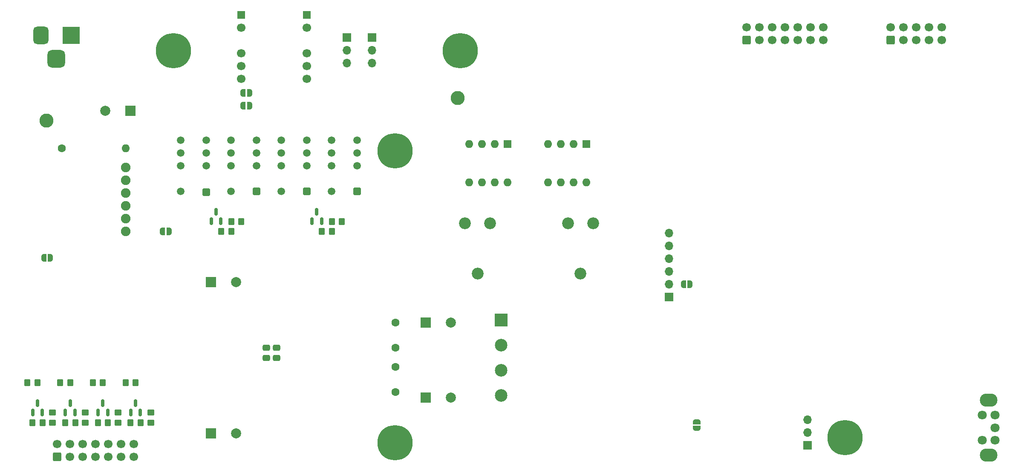
<source format=gbs>
G04 #@! TF.GenerationSoftware,KiCad,Pcbnew,6.0.4-1.fc35*
G04 #@! TF.CreationDate,2022-04-14T23:25:07+02:00*
G04 #@! TF.ProjectId,office_amp,6f666669-6365-45f6-916d-702e6b696361,rev?*
G04 #@! TF.SameCoordinates,Original*
G04 #@! TF.FileFunction,Soldermask,Bot*
G04 #@! TF.FilePolarity,Negative*
%FSLAX46Y46*%
G04 Gerber Fmt 4.6, Leading zero omitted, Abs format (unit mm)*
G04 Created by KiCad (PCBNEW 6.0.4-1.fc35) date 2022-04-14 23:25:07*
%MOMM*%
%LPD*%
G01*
G04 APERTURE LIST*
G04 Aperture macros list*
%AMRoundRect*
0 Rectangle with rounded corners*
0 $1 Rounding radius*
0 $2 $3 $4 $5 $6 $7 $8 $9 X,Y pos of 4 corners*
0 Add a 4 corners polygon primitive as box body*
4,1,4,$2,$3,$4,$5,$6,$7,$8,$9,$2,$3,0*
0 Add four circle primitives for the rounded corners*
1,1,$1+$1,$2,$3*
1,1,$1+$1,$4,$5*
1,1,$1+$1,$6,$7*
1,1,$1+$1,$8,$9*
0 Add four rect primitives between the rounded corners*
20,1,$1+$1,$2,$3,$4,$5,0*
20,1,$1+$1,$4,$5,$6,$7,0*
20,1,$1+$1,$6,$7,$8,$9,0*
20,1,$1+$1,$8,$9,$2,$3,0*%
%AMFreePoly0*
4,1,20,0.000000,0.744959,0.073905,0.744508,0.209726,0.703889,0.328688,0.626782,0.421226,0.519385,0.479903,0.390333,0.500000,0.250000,0.500000,-0.250000,0.499851,-0.262216,0.476331,-0.402017,0.414519,-0.529596,0.319384,-0.634700,0.198574,-0.708877,0.061801,-0.746166,0.000000,-0.745033,0.000000,-0.750000,-0.500000,-0.750000,-0.500000,0.750000,0.000000,0.750000,0.000000,0.744959,
0.000000,0.744959,$1*%
%AMFreePoly1*
4,1,22,0.500000,-0.750000,0.000000,-0.750000,0.000000,-0.745033,-0.079941,-0.743568,-0.215256,-0.701293,-0.333266,-0.622738,-0.424486,-0.514219,-0.481581,-0.384460,-0.499164,-0.250000,-0.500000,-0.250000,-0.500000,0.250000,-0.499164,0.250000,-0.499963,0.256109,-0.478152,0.396186,-0.417904,0.524511,-0.324060,0.630769,-0.204165,0.706417,-0.067858,0.745374,0.000000,0.744959,0.000000,0.750000,
0.500000,0.750000,0.500000,-0.750000,0.500000,-0.750000,$1*%
G04 Aperture macros list end*
%ADD10FreePoly0,180.000000*%
%ADD11FreePoly1,180.000000*%
%ADD12FreePoly0,270.000000*%
%ADD13FreePoly1,270.000000*%
%ADD14O,1.700000X1.700000*%
%ADD15R,1.700000X1.700000*%
%ADD16C,1.800000*%
%ADD17O,3.500000X2.600000*%
%ADD18C,7.000000*%
%ADD19C,1.700000*%
%ADD20RoundRect,0.250000X0.600000X-0.600000X0.600000X0.600000X-0.600000X0.600000X-0.600000X-0.600000X0*%
%ADD21R,3.500000X3.500000*%
%ADD22RoundRect,0.750000X-0.750000X-1.000000X0.750000X-1.000000X0.750000X1.000000X-0.750000X1.000000X0*%
%ADD23RoundRect,0.875000X-0.875000X-0.875000X0.875000X-0.875000X0.875000X0.875000X-0.875000X0.875000X0*%
%ADD24R,1.600000X1.600000*%
%ADD25C,1.900000*%
%ADD26R,2.000000X2.000000*%
%ADD27C,2.000000*%
%ADD28RoundRect,0.250500X0.499500X0.499500X-0.499500X0.499500X-0.499500X-0.499500X0.499500X-0.499500X0*%
%ADD29C,1.500000*%
%ADD30C,2.340000*%
%ADD31O,1.600000X1.600000*%
%ADD32C,1.600000*%
%ADD33R,2.500000X2.500000*%
%ADD34C,2.500000*%
%ADD35C,2.800000*%
%ADD36RoundRect,0.250000X0.475000X-0.337500X0.475000X0.337500X-0.475000X0.337500X-0.475000X-0.337500X0*%
%ADD37RoundRect,0.250000X0.350000X0.450000X-0.350000X0.450000X-0.350000X-0.450000X0.350000X-0.450000X0*%
%ADD38RoundRect,0.250000X-0.350000X-0.450000X0.350000X-0.450000X0.350000X0.450000X-0.350000X0.450000X0*%
%ADD39RoundRect,0.250000X-0.450000X0.350000X-0.450000X-0.350000X0.450000X-0.350000X0.450000X0.350000X0*%
%ADD40FreePoly1,0.000000*%
%ADD41FreePoly0,0.000000*%
%ADD42RoundRect,0.150000X0.150000X-0.587500X0.150000X0.587500X-0.150000X0.587500X-0.150000X-0.587500X0*%
%ADD43RoundRect,0.250000X0.450000X-0.350000X0.450000X0.350000X-0.450000X0.350000X-0.450000X-0.350000X0*%
G04 APERTURE END LIST*
D10*
X223850000Y-116500000D03*
D11*
X225150000Y-116500000D03*
D12*
X226500000Y-145125000D03*
D13*
X226500000Y-143825000D03*
D14*
X221000000Y-106300000D03*
X221000000Y-108840000D03*
X221000000Y-111380000D03*
X221000000Y-113920000D03*
X221000000Y-116460000D03*
D15*
X221000000Y-119000000D03*
D14*
X248500000Y-143420000D03*
X248500000Y-145960000D03*
D15*
X248500000Y-148500000D03*
D16*
X285750000Y-145000000D03*
X285750000Y-142500000D03*
X285750000Y-147500000D03*
X283250000Y-147500000D03*
X283250000Y-142500000D03*
D17*
X284500000Y-150450000D03*
X284500000Y-139550000D03*
D18*
X255930588Y-147000000D03*
D19*
X251620000Y-65460000D03*
X251620000Y-68000000D03*
X249080000Y-65460000D03*
X249080000Y-68000000D03*
X246540000Y-65460000D03*
X246540000Y-68000000D03*
X244000000Y-65460000D03*
X244000000Y-68000000D03*
X241460000Y-65460000D03*
X241460000Y-68000000D03*
X238920000Y-65460000D03*
X238920000Y-68000000D03*
X236380000Y-65460000D03*
D20*
X236380000Y-68000000D03*
D19*
X275160000Y-65460000D03*
X275160000Y-68000000D03*
X272620000Y-65460000D03*
X272620000Y-68000000D03*
X270080000Y-65460000D03*
X270080000Y-68000000D03*
X267540000Y-65460000D03*
X267540000Y-68000000D03*
X265000000Y-65460000D03*
D20*
X265000000Y-68000000D03*
D21*
X102200000Y-67000000D03*
D22*
X96200000Y-67000000D03*
D23*
X99200000Y-71700000D03*
D24*
X149000000Y-63000000D03*
D19*
X149000000Y-65540000D03*
X149000000Y-70620000D03*
X149000000Y-73160000D03*
X149000000Y-75700000D03*
D25*
X113000000Y-106000000D03*
X113000000Y-103460000D03*
X113000000Y-100920000D03*
X113000000Y-98380000D03*
X113000000Y-95840000D03*
X113000000Y-93300000D03*
D26*
X130000000Y-146100000D03*
D27*
X135000000Y-146100000D03*
D20*
X99380000Y-150752500D03*
D19*
X99380000Y-148212500D03*
X101920000Y-150752500D03*
X101920000Y-148212500D03*
X104460000Y-150752500D03*
X104460000Y-148212500D03*
X107000000Y-150752500D03*
X107000000Y-148212500D03*
X109540000Y-150752500D03*
X109540000Y-148212500D03*
X112080000Y-150752500D03*
X112080000Y-148212500D03*
X114620000Y-150752500D03*
X114620000Y-148212500D03*
D28*
X159000000Y-98000000D03*
D29*
X159000000Y-92920000D03*
X159000000Y-90380000D03*
X159000000Y-87840000D03*
X153920000Y-87840000D03*
X153920000Y-90380000D03*
X153920000Y-92920000D03*
X153920000Y-98000000D03*
D28*
X139000000Y-98000000D03*
D29*
X139000000Y-92920000D03*
X139000000Y-90380000D03*
X139000000Y-87840000D03*
X133920000Y-87840000D03*
X133920000Y-90380000D03*
X133920000Y-92920000D03*
X133920000Y-98000000D03*
D30*
X200900000Y-104400000D03*
X203400000Y-114400000D03*
X205900000Y-104400000D03*
X180425000Y-104400000D03*
X182925000Y-114400000D03*
X185425000Y-104400000D03*
D24*
X136000000Y-63000000D03*
D19*
X136000000Y-65540000D03*
X136000000Y-70620000D03*
X136000000Y-73160000D03*
X136000000Y-75700000D03*
D24*
X188900000Y-88600000D03*
D31*
X186360000Y-88600000D03*
X183820000Y-88600000D03*
X181280000Y-88600000D03*
X181280000Y-96220000D03*
X183820000Y-96220000D03*
X186360000Y-96220000D03*
X188900000Y-96220000D03*
D26*
X114000000Y-82000000D03*
D27*
X109000000Y-82000000D03*
D24*
X204520000Y-88600000D03*
D31*
X201980000Y-88600000D03*
X199440000Y-88600000D03*
X196900000Y-88600000D03*
X196900000Y-96220000D03*
X199440000Y-96220000D03*
X201980000Y-96220000D03*
X204520000Y-96220000D03*
D15*
X157000000Y-67475000D03*
D14*
X157000000Y-70015000D03*
X157000000Y-72555000D03*
D32*
X166600000Y-124100000D03*
X166600000Y-129100000D03*
D33*
X187600000Y-123600000D03*
D34*
X187600000Y-128600000D03*
X187600000Y-133600000D03*
X187600000Y-138600000D03*
D26*
X172600000Y-139000000D03*
D27*
X177600000Y-139000000D03*
D32*
X166600000Y-132900000D03*
X166600000Y-137900000D03*
D26*
X172600000Y-124100000D03*
D27*
X177600000Y-124100000D03*
D26*
X130000000Y-116100000D03*
D27*
X135000000Y-116100000D03*
D28*
X129000000Y-98180000D03*
D29*
X129000000Y-92920000D03*
X129000000Y-90380000D03*
X129000000Y-87840000D03*
X123920000Y-87840000D03*
X123920000Y-90380000D03*
X123920000Y-92920000D03*
X123920000Y-98000000D03*
D15*
X162000000Y-67475000D03*
D14*
X162000000Y-70015000D03*
X162000000Y-72555000D03*
D28*
X149000000Y-98000000D03*
D29*
X149000000Y-92920000D03*
X149000000Y-90380000D03*
X149000000Y-87840000D03*
X143920000Y-87840000D03*
X143920000Y-90380000D03*
X143920000Y-92920000D03*
X143920000Y-98000000D03*
D18*
X179500000Y-70050000D03*
X166500000Y-147950000D03*
D35*
X97250000Y-84000000D03*
D32*
X100300000Y-89500000D03*
D31*
X113000000Y-89500000D03*
D18*
X166500000Y-90000000D03*
D35*
X179000000Y-79500000D03*
D18*
X122500000Y-70050000D03*
D36*
X141000000Y-131137500D03*
X141000000Y-129062500D03*
D37*
X115000000Y-136000000D03*
X113000000Y-136000000D03*
X108500000Y-136000000D03*
X106500000Y-136000000D03*
X102000000Y-136000000D03*
X100000000Y-136000000D03*
D38*
X93500000Y-136000000D03*
X95500000Y-136000000D03*
D36*
X143000000Y-131137500D03*
X143000000Y-129062500D03*
D38*
X132000000Y-106000000D03*
X134000000Y-106000000D03*
X94500000Y-144000000D03*
X96500000Y-144000000D03*
D37*
X116000000Y-144000000D03*
X114000000Y-144000000D03*
X136000000Y-104000000D03*
X134000000Y-104000000D03*
X156000000Y-104000000D03*
X154000000Y-104000000D03*
D39*
X105000000Y-142000000D03*
X105000000Y-144000000D03*
X111500000Y-142000000D03*
X111500000Y-144000000D03*
X118000000Y-142000000D03*
X118000000Y-144000000D03*
D40*
X96750000Y-111200000D03*
D41*
X98050000Y-111200000D03*
D42*
X151950000Y-103937500D03*
X150050000Y-103937500D03*
X151000000Y-102062500D03*
D11*
X137650000Y-81000000D03*
D10*
X136350000Y-81000000D03*
D37*
X103000000Y-144000000D03*
X101000000Y-144000000D03*
D43*
X98500000Y-144000000D03*
X98500000Y-142000000D03*
D42*
X115950000Y-141937500D03*
X114050000Y-141937500D03*
X115000000Y-140062500D03*
D38*
X152000000Y-106000000D03*
X154000000Y-106000000D03*
D11*
X121650000Y-106000000D03*
D10*
X120350000Y-106000000D03*
D42*
X131950000Y-103937500D03*
X130050000Y-103937500D03*
X131000000Y-102062500D03*
X102950000Y-141937500D03*
X101050000Y-141937500D03*
X102000000Y-140062500D03*
D11*
X137650000Y-78500000D03*
D10*
X136350000Y-78500000D03*
D42*
X109450000Y-141937500D03*
X107550000Y-141937500D03*
X108500000Y-140062500D03*
D37*
X109500000Y-144000000D03*
X107500000Y-144000000D03*
D42*
X96450000Y-141937500D03*
X94550000Y-141937500D03*
X95500000Y-140062500D03*
M02*

</source>
